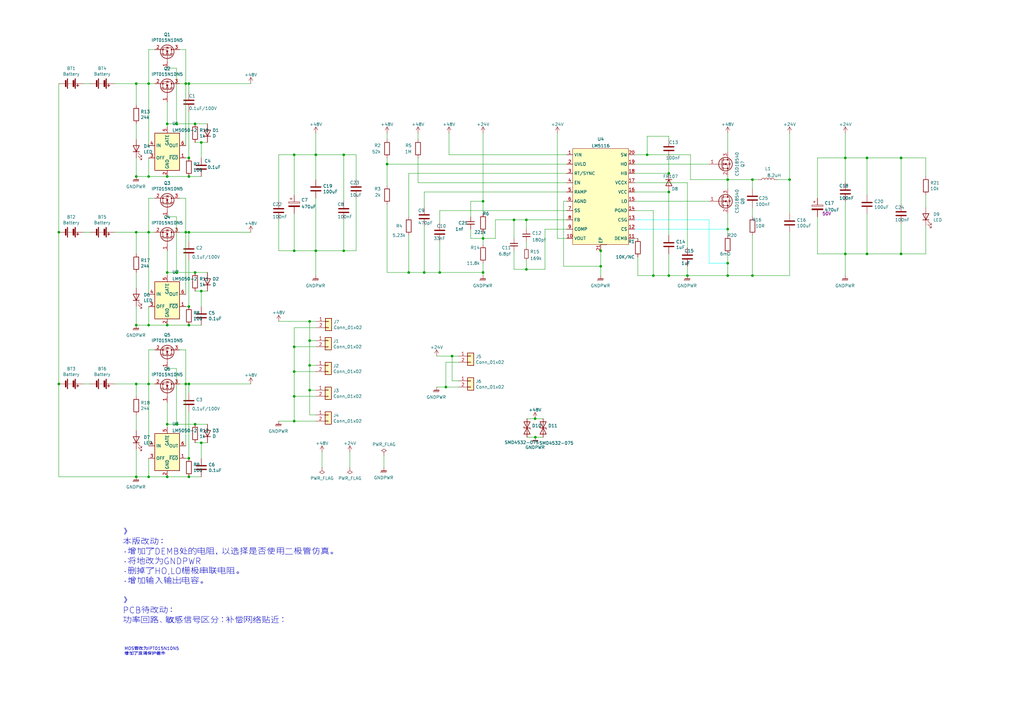
<source format=kicad_sch>
(kicad_sch (version 20211123) (generator eeschema)
  (paper "A3")
  (title_block (title "UAV power distribution board") (date "2022-01-21") (rev "V3"))
  (junction (at 60.96 72.39))
  (junction (at 180.34 111.76))
  (junction (at 55.88 95.25))
  (junction (at 158.75 67.31))
  (junction (at 77.47 95.25))
  (junction (at 346.71 104.14))
  (junction (at 182.88 158.75))
  (junction (at 77.47 34.29))
  (junction (at 298.45 113.03))
  (junction (at 308.61 73.66))
  (junction (at 68.58 195.58))
  (junction (at 72.39 50.8))
  (junction (at 77.47 72.39))
  (junction (at 77.47 187.96))
  (junction (at 298.45 73.66))
  (junction (at 24.13 157.48))
  (junction (at 60.96 133.35))
  (junction (at 68.58 50.8))
  (junction (at 219.456 171.704))
  (junction (at 346.71 64.77))
  (junction (at 198.12 111.76))
  (junction (at 77.47 125.73))
  (junction (at 72.39 173.99))
  (junction (at 210.82 90.17))
  (junction (at 82.55 119.38))
  (junction (at 129.54 102.87))
  (junction (at 76.2 157.48))
  (junction (at 219.583 179.324))
  (junction (at 60.96 195.58))
  (junction (at 267.97 113.03))
  (junction (at 369.57 104.14))
  (junction (at 55.88 195.58))
  (junction (at 60.96 157.48))
  (junction (at 120.65 102.87))
  (junction (at 77.47 64.77))
  (junction (at 127 139.7))
  (junction (at 369.57 64.77))
  (junction (at 355.6 64.77))
  (junction (at 55.88 34.29))
  (junction (at 274.32 78.74))
  (junction (at 120.65 162.56))
  (junction (at 120.65 172.72))
  (junction (at 24.13 95.25))
  (junction (at 298.45 93.98))
  (junction (at 120.65 152.4))
  (junction (at 68.58 111.76))
  (junction (at 60.96 34.29))
  (junction (at 140.97 63.5))
  (junction (at 82.55 58.42))
  (junction (at 77.47 195.58))
  (junction (at 298.45 107.95))
  (junction (at 274.32 113.03))
  (junction (at 323.85 73.66))
  (junction (at 198.12 97.79))
  (junction (at 167.64 111.76))
  (junction (at 82.55 181.61))
  (junction (at 308.61 113.03))
  (junction (at 215.9 90.17))
  (junction (at 68.58 133.35))
  (junction (at 246.38 102.87))
  (junction (at 120.65 142.24))
  (junction (at 281.94 113.03))
  (junction (at 77.47 133.35))
  (junction (at 77.47 157.48))
  (junction (at 274.32 71.12))
  (junction (at 127 131.826))
  (junction (at 76.2 95.25))
  (junction (at 198.12 82.55))
  (junction (at 72.39 111.76))
  (junction (at 129.54 63.5))
  (junction (at 127 149.86))
  (junction (at 76.2 34.29))
  (junction (at 80.01 173.99))
  (junction (at 80.01 111.76))
  (junction (at 68.58 173.99))
  (junction (at 355.6 104.14))
  (junction (at 127 160.02))
  (junction (at 140.97 102.87))
  (junction (at 173.99 111.76))
  (junction (at 246.38 109.22))
  (junction (at 120.65 63.5))
  (junction (at 60.96 95.25))
  (junction (at 80.01 50.8))
  (junction (at 55.88 72.39))
  (junction (at 265.43 63.5))
  (junction (at 55.88 133.35))
  (junction (at 215.9 110.49))
  (junction (at 68.58 72.39))
  (junction (at 55.88 157.48))
  (junction (at 185.42 146.05))
  (wire (pts (xy 173.99 111.76) (xy 180.34 111.76)))
  (wire (pts (xy 346.71 104.14) (xy 346.71 113.03)))
  (wire (pts (xy 210.82 90.17) (xy 210.82 97.79)))
  (wire (pts (xy 60.96 72.39) (xy 68.58 72.39)))
  (wire (pts (xy 82.55 181.61) (xy 85.09 181.61)))
  (wire (pts (xy 223.52 110.49) (xy 215.9 110.49)))
  (wire (pts (xy 72.39 27.94) (xy 72.39 50.8)))
  (wire (pts (xy 346.71 54.61) (xy 346.71 64.77)))
  (wire (pts (xy 346.71 82.55) (xy 346.71 104.14)))
  (wire (pts (xy 60.96 20.32) (xy 60.96 34.29)))
  (wire (pts (xy 77.47 95.25) (xy 77.47 99.06)))
  (wire (pts (xy 203.2 90.17) (xy 203.2 97.79)))
  (wire (pts (xy 114.3 172.72) (xy 120.65 172.72)))
  (wire (pts (xy 24.13 34.29) (xy 24.13 95.25)))
  (wire (pts (xy 198.12 95.25) (xy 198.12 97.79)))
  (wire (pts (xy 129.54 139.7) (xy 127 139.7)))
  (wire (pts (xy 355.6 64.77) (xy 355.6 80.01)))
  (wire (pts (xy 77.47 95.25) (xy 102.87 95.25)))
  (wire (pts (xy 68.58 111.76) (xy 68.58 113.03)))
  (wire (pts (xy 76.2 59.69) (xy 76.2 34.29)))
  (wire (pts (xy 76.2 157.48) (xy 77.47 157.48)))
  (wire (pts (xy 60.96 187.96) (xy 60.96 195.58)))
  (wire (pts (xy 132.08 185.42) (xy 132.08 191.77)))
  (wire (pts (xy 308.61 73.66) (xy 308.61 77.47)))
  (wire (pts (xy 182.88 158.75) (xy 187.96 158.75)))
  (wire (pts (xy 76.2 182.88) (xy 76.2 157.48)))
  (wire (pts (xy 246.38 102.87) (xy 246.38 109.22)))
  (wire (pts (xy 68.58 173.99) (xy 72.39 173.99)))
  (wire (pts (xy 167.64 96.52) (xy 167.64 111.76)))
  (wire (pts (xy 24.13 195.58) (xy 55.88 195.58)))
  (wire (pts (xy 55.88 157.48) (xy 55.88 162.56)))
  (wire (pts (xy 298.45 87.63) (xy 298.45 93.98)))
  (wire (pts (xy 298.45 104.14) (xy 298.45 107.95)))
  (wire (pts (xy 260.35 78.74) (xy 274.32 78.74)))
  (wire (pts (xy 76.2 64.77) (xy 77.47 64.77)))
  (wire (pts (xy 63.5 20.32) (xy 60.96 20.32)))
  (wire (pts (xy 129.54 81.28) (xy 129.54 102.87)))
  (wire (pts (xy 308.61 113.03) (xy 323.85 113.03)))
  (wire (pts (xy 34.29 157.48) (xy 36.83 157.48)))
  (wire (pts (xy 281.94 74.93) (xy 260.35 74.93)))
  (wire (pts (xy 335.28 104.14) (xy 346.71 104.14)))
  (wire (pts (xy 55.88 95.25) (xy 55.88 104.14)))
  (wire (pts (xy 60.96 81.28) (xy 60.96 95.25)))
  (wire (pts (xy 274.32 113.03) (xy 281.94 113.03)))
  (wire (pts (xy 231.14 109.22) (xy 246.38 109.22)))
  (wire (pts (xy 335.28 81.28) (xy 335.28 64.77)))
  (wire (pts (xy 82.55 119.38) (xy 85.09 119.38)))
  (wire (pts (xy 129.54 73.66) (xy 129.54 63.5)))
  (wire (pts (xy 55.88 50.8) (xy 55.88 57.15)))
  (wire (pts (xy 187.96 156.21) (xy 185.42 156.21)))
  (wire (pts (xy 182.88 148.59) (xy 182.88 158.75)))
  (wire (pts (xy 55.88 125.73) (xy 55.88 133.35)))
  (wire (pts (xy 72.39 50.8) (xy 80.01 50.8)))
  (wire (pts (xy 76.2 125.73) (xy 77.47 125.73)))
  (wire (pts (xy 146.05 81.28) (xy 146.05 102.87)))
  (wire (pts (xy 215.9 99.06) (xy 215.9 101.6)))
  (wire (pts (xy 77.47 34.29) (xy 102.87 34.29)))
  (wire (pts (xy 77.47 157.48) (xy 102.87 157.48)))
  (wire (pts (xy 63.5 81.28) (xy 60.96 81.28)))
  (wire (pts (xy 298.45 113.03) (xy 308.61 113.03)))
  (wire (pts (xy 158.75 83.82) (xy 158.75 111.76)))
  (wire (pts (xy 143.51 185.42) (xy 143.51 191.77)))
  (wire (pts (xy 77.47 106.68) (xy 77.47 125.73)))
  (wire (pts (xy 210.82 110.49) (xy 215.9 110.49)))
  (wire (pts (xy 77.47 45.72) (xy 77.47 64.77)))
  (wire (pts (xy 127 160.02) (xy 127 170.18)))
  (wire (pts (xy 260.35 97.79) (xy 261.62 97.79)))
  (wire (pts (xy 323.85 73.66) (xy 323.85 87.63)))
  (wire (pts (xy 265.43 55.88) (xy 274.32 55.88)))
  (wire (pts (xy 274.32 104.14) (xy 274.32 113.03)))
  (wire (pts (xy 68.58 195.58) (xy 77.47 195.58)))
  (wire (pts (xy 76.2 187.96) (xy 77.47 187.96)))
  (wire (pts (xy 76.2 120.65) (xy 76.2 95.25)))
  (wire (pts (xy 82.55 58.42) (xy 85.09 58.42)))
  (wire (pts (xy 185.42 156.21) (xy 185.42 146.05)))
  (wire (pts (xy 140.97 63.5) (xy 146.05 63.5)))
  (wire (pts (xy 198.12 54.61) (xy 198.12 82.55)))
  (wire (pts (xy 274.32 55.88) (xy 274.32 57.15)))
  (wire (pts (xy 246.38 109.22) (xy 246.38 113.03)))
  (wire (pts (xy 193.04 88.9) (xy 193.04 82.55)))
  (wire (pts (xy 120.65 162.56) (xy 120.65 172.72)))
  (wire (pts (xy 80.01 50.8) (xy 85.09 50.8)))
  (wire (pts (xy 60.96 125.73) (xy 60.96 133.35)))
  (wire (pts (xy 184.15 54.61) (xy 184.15 63.5)))
  (wire (pts (xy 146.05 63.5) (xy 146.05 73.66)))
  (wire (pts (xy 283.21 73.66) (xy 298.45 73.66)))
  (wire (pts (xy 379.73 80.01) (xy 379.73 85.09)))
  (wire (pts (xy 63.5 34.29) (xy 60.96 34.29)))
  (wire (pts (xy 72.39 88.9) (xy 72.39 111.76)))
  (wire (pts (xy 80.01 111.76) (xy 85.09 111.76)))
  (wire (pts (xy 167.64 88.9) (xy 167.64 71.12)))
  (wire (pts (xy 46.99 157.48) (xy 55.88 157.48)))
  (wire (pts (xy 114.3 63.5) (xy 114.3 82.55)))
  (wire (pts (xy 129.54 102.87) (xy 129.54 113.03)))
  (wire (pts (xy 80.01 58.42) (xy 82.55 58.42)))
  (wire (pts (xy 228.6 54.61) (xy 228.6 97.79)))
  (wire (pts (xy 34.29 95.25) (xy 36.83 95.25)))
  (wire (pts (xy 129.54 160.02) (xy 127 160.02)))
  (wire (pts (xy 73.66 20.32) (xy 76.2 20.32)))
  (wire (pts (xy 179.07 146.05) (xy 185.42 146.05)))
  (wire (pts (xy 60.96 143.51) (xy 60.96 157.48)))
  (wire (pts (xy 158.75 67.31) (xy 232.41 67.31)))
  (wire (pts (xy 55.88 157.48) (xy 60.96 157.48)))
  (wire (pts (xy 55.88 64.77) (xy 55.88 72.39)))
  (wire (pts (xy 260.35 93.98) (xy 298.45 93.98)) (stroke (width 0) (color 0 255 255 1)))
  (wire (pts (xy 379.73 104.14) (xy 369.57 104.14)))
  (wire (pts (xy 184.15 63.5) (xy 232.41 63.5)))
  (wire (pts (xy 180.34 111.76) (xy 198.12 111.76)))
  (wire (pts (xy 24.13 157.48) (xy 24.13 195.58)))
  (wire (pts (xy 193.04 97.79) (xy 198.12 97.79)))
  (wire (pts (xy 265.43 55.88) (xy 265.43 63.5)))
  (wire (pts (xy 114.3 131.826) (xy 127 131.826)))
  (wire (pts (xy 68.58 173.99) (xy 68.58 175.26)))
  (wire (pts (xy 215.9 90.17) (xy 210.82 90.17)))
  (wire (pts (xy 180.34 86.36) (xy 180.34 91.44)))
  (wire (pts (xy 129.54 149.86) (xy 127 149.86)))
  (wire (pts (xy 60.96 195.58) (xy 68.58 195.58)))
  (wire (pts (xy 114.3 102.87) (xy 120.65 102.87)))
  (wire (pts (xy 180.34 99.06) (xy 180.34 111.76)))
  (wire (pts (xy 231.14 82.55) (xy 232.41 82.55)))
  (wire (pts (xy 216.154 179.324) (xy 219.583 179.324)))
  (wire (pts (xy 60.96 34.29) (xy 60.96 59.69)))
  (wire (pts (xy 55.88 111.76) (xy 55.88 118.11)))
  (wire (pts (xy 55.88 95.25) (xy 60.96 95.25)))
  (wire (pts (xy 127 149.86) (xy 127 139.7)))
  (wire (pts (xy 68.58 111.76) (xy 72.39 111.76)))
  (wire (pts (xy 281.94 109.22) (xy 281.94 113.03)))
  (wire (pts (xy 63.5 143.51) (xy 60.96 143.51)))
  (wire (pts (xy 34.29 34.29) (xy 36.83 34.29)))
  (wire (pts (xy 129.54 162.56) (xy 120.65 162.56)))
  (wire (pts (xy 308.61 85.09) (xy 308.61 88.9)))
  (wire (pts (xy 55.88 34.29) (xy 55.88 43.18)))
  (wire (pts (xy 68.58 165.1) (xy 68.58 173.99)))
  (wire (pts (xy 68.58 50.8) (xy 68.58 52.07)))
  (wire (pts (xy 158.75 64.77) (xy 158.75 67.31)))
  (wire (pts (xy 198.12 82.55) (xy 198.12 87.63)))
  (wire (pts (xy 82.55 181.61) (xy 82.55 187.96)))
  (wire (pts (xy 76.2 95.25) (xy 73.66 95.25)))
  (wire (pts (xy 60.96 157.48) (xy 60.96 182.88)))
  (wire (pts (xy 232.41 90.17) (xy 215.9 90.17)))
  (wire (pts (xy 140.97 63.5) (xy 140.97 82.55)))
  (wire (pts (xy 185.42 146.05) (xy 187.96 146.05)))
  (wire (pts (xy 68.58 133.35) (xy 77.47 133.35)))
  (wire (pts (xy 68.58 50.8) (xy 72.39 50.8)))
  (wire (pts (xy 369.57 64.77) (xy 379.73 64.77)))
  (wire (pts (xy 215.9 110.49) (xy 215.9 106.68)))
  (wire (pts (xy 68.58 102.87) (xy 68.58 111.76)))
  (wire (pts (xy 63.5 157.48) (xy 60.96 157.48)))
  (wire (pts (xy 219.456 171.704) (xy 222.758 171.704)))
  (wire (pts (xy 193.04 93.98) (xy 193.04 97.79)))
  (wire (pts (xy 281.94 113.03) (xy 298.45 113.03)))
  (wire (pts (xy 379.73 92.71) (xy 379.73 104.14)))
  (wire (pts (xy 129.54 142.24) (xy 120.65 142.24)))
  (wire (pts (xy 298.45 73.66) (xy 308.61 73.66)))
  (wire (pts (xy 290.83 107.95) (xy 298.45 107.95)) (stroke (width 0) (color 0 255 255 1)))
  (wire (pts (xy 171.45 74.93) (xy 232.41 74.93)))
  (wire (pts (xy 173.99 85.09) (xy 173.99 78.74)))
  (wire (pts (xy 82.55 119.38) (xy 82.55 125.73)))
  (wire (pts (xy 369.57 91.44) (xy 369.57 104.14)))
  (wire (pts (xy 55.88 195.58) (xy 60.96 195.58)))
  (wire (pts (xy 261.62 113.03) (xy 267.97 113.03)))
  (wire (pts (xy 60.96 64.77) (xy 60.96 72.39)))
  (wire (pts (xy 318.77 73.66) (xy 323.85 73.66)))
  (wire (pts (xy 215.9 90.17) (xy 215.9 93.98)))
  (wire (pts (xy 198.12 111.76) (xy 198.12 113.03)))
  (wire (pts (xy 60.96 133.35) (xy 68.58 133.35)))
  (wire (pts (xy 68.58 41.91) (xy 68.58 50.8)))
  (wire (pts (xy 46.99 34.29) (xy 55.88 34.29)))
  (wire (pts (xy 158.75 111.76) (xy 167.64 111.76)))
  (wire (pts (xy 346.71 64.77) (xy 355.6 64.77)))
  (wire (pts (xy 55.88 184.15) (xy 55.88 195.58)))
  (wire (pts (xy 298.45 72.39) (xy 298.45 73.66)))
  (wire (pts (xy 298.45 73.66) (xy 298.45 77.47)))
  (wire (pts (xy 308.61 73.66) (xy 311.15 73.66)))
  (wire (pts (xy 369.57 64.77) (xy 369.57 83.82)))
  (wire (pts (xy 80.01 173.99) (xy 85.09 173.99)))
  (wire (pts (xy 198.12 107.95) (xy 198.12 111.76)))
  (wire (pts (xy 246.38 100.33) (xy 246.38 102.87)))
  (wire (pts (xy 210.82 102.87) (xy 210.82 110.49)))
  (wire (pts (xy 379.73 64.77) (xy 379.73 72.39)))
  (wire (pts (xy 76.2 34.29) (xy 73.66 34.29)))
  (wire (pts (xy 274.32 64.77) (xy 274.32 71.12)))
  (wire (pts (xy 157.48 186.69) (xy 157.48 191.77)))
  (wire (pts (xy 179.07 158.75) (xy 182.88 158.75)))
  (wire (pts (xy 76.2 95.25) (xy 77.47 95.25)))
  (wire (pts (xy 68.58 151.13) (xy 72.39 151.13)))
  (wire (pts (xy 260.35 82.55) (xy 290.83 82.55)))
  (wire (pts (xy 114.3 63.5) (xy 120.65 63.5)))
  (wire (pts (xy 140.97 90.17) (xy 140.97 102.87)))
  (wire (pts (xy 167.64 71.12) (xy 232.41 71.12)))
  (wire (pts (xy 114.3 90.17) (xy 114.3 102.87)))
  (wire (pts (xy 260.35 90.17) (xy 290.83 90.17)) (stroke (width 0) (color 0 255 255 1)))
  (wire (pts (xy 55.88 72.39) (xy 60.96 72.39)))
  (wire (pts (xy 127 131.826) (xy 129.667 131.826)))
  (wire (pts (xy 72.39 111.76) (xy 80.01 111.76)))
  (wire (pts (xy 298.45 54.61) (xy 298.45 62.23)))
  (wire (pts (xy 187.96 148.59) (xy 182.88 148.59)))
  (wire (pts (xy 198.12 97.79) (xy 198.12 100.33)))
  (wire (pts (xy 76.2 34.29) (xy 77.47 34.29)))
  (wire (pts (xy 73.66 143.51) (xy 76.2 143.51)))
  (wire (pts (xy 76.2 143.51) (xy 76.2 157.48)))
  (wire (pts (xy 274.32 96.52) (xy 274.32 78.74)))
  (wire (pts (xy 355.6 104.14) (xy 346.71 104.14)))
  (wire (pts (xy 55.88 170.18) (xy 55.88 176.53)))
  (wire (pts (xy 129.54 170.18) (xy 127 170.18)))
  (wire (pts (xy 127 131.826) (xy 127 139.7)))
  (wire (pts (xy 281.94 101.6) (xy 281.94 74.93)))
  (wire (pts (xy 203.2 97.79) (xy 198.12 97.79)))
  (wire (pts (xy 265.43 63.5) (xy 283.21 63.5)))
  (wire (pts (xy 82.55 58.42) (xy 82.55 64.77)))
  (wire (pts (xy 77.47 195.58) (xy 82.55 195.58)))
  (wire (pts (xy 72.39 151.13) (xy 72.39 173.99)))
  (wire (pts (xy 46.99 95.25) (xy 55.88 95.25)))
  (wire (pts (xy 260.35 86.36) (xy 267.97 86.36)))
  (wire (pts (xy 77.47 72.39) (xy 82.55 72.39)))
  (wire (pts (xy 335.28 88.9) (xy 335.28 104.14)))
  (wire (pts (xy 355.6 87.63) (xy 355.6 104.14)))
  (wire (pts (xy 346.71 64.77) (xy 346.71 74.93)))
  (wire (pts (xy 228.6 97.79) (xy 232.41 97.79)))
  (wire (pts (xy 173.99 78.74) (xy 232.41 78.74)))
  (wire (pts (xy 120.65 134.366) (xy 120.65 142.24)))
  (wire (pts (xy 140.97 102.87) (xy 129.54 102.87)))
  (wire (pts (xy 267.97 113.03) (xy 274.32 113.03)))
  (wire (pts (xy 173.99 92.71) (xy 173.99 111.76)))
  (wire (pts (xy 283.21 63.5) (xy 283.21 73.66)))
  (wire (pts (xy 232.41 86.36) (xy 180.34 86.36)))
  (wire (pts (xy 80.01 119.38) (xy 82.55 119.38)))
  (wire (pts (xy 260.35 67.31) (xy 290.83 67.31)))
  (wire (pts (xy 260.35 71.12) (xy 274.32 71.12)))
  (wire (pts (xy 171.45 54.61) (xy 171.45 57.15)))
  (wire (pts (xy 76.2 81.28) (xy 76.2 95.25)))
  (wire (pts (xy 265.43 63.5) (xy 260.35 63.5)))
  (wire (pts (xy 231.14 109.22) (xy 231.14 82.55)))
  (wire (pts (xy 158.75 67.31) (xy 158.75 76.2)))
  (wire (pts (xy 72.39 173.99) (xy 80.01 173.99)))
  (wire (pts (xy 216.154 171.704) (xy 219.456 171.704)))
  (wire (pts (xy 210.82 90.17) (xy 203.2 90.17)))
  (wire (pts (xy 129.54 152.4) (xy 120.65 152.4)))
  (wire (pts (xy 77.47 34.29) (xy 77.47 38.1)))
  (wire (pts (xy 77.47 133.35) (xy 82.55 133.35)))
  (wire (pts (xy 219.583 179.324) (xy 222.758 179.324)))
  (wire (pts (xy 60.96 95.25) (xy 60.96 120.65)))
  (wire (pts (xy 120.65 102.87) (xy 129.54 102.87)))
  (wire (pts (xy 76.2 157.48) (xy 73.66 157.48)))
  (wire (pts (xy 68.58 72.39) (xy 77.47 72.39)))
  (wire (pts (xy 308.61 96.52) (xy 308.61 113.03)))
  (wire (pts (xy 158.75 54.61) (xy 158.75 57.15)))
  (wire (pts (xy 76.2 20.32) (xy 76.2 34.29)))
  (wire (pts (xy 120.65 80.01) (xy 120.65 63.5)))
  (wire (pts (xy 129.54 172.72) (xy 120.65 172.72)))
  (wire (pts (xy 232.41 93.98) (xy 223.52 93.98)))
  (wire (pts (xy 55.88 34.29) (xy 60.96 34.29)))
  (wire (pts (xy 323.85 54.61) (xy 323.85 73.66)))
  (wire (pts (xy 129.667 134.366) (xy 120.65 134.366)))
  (wire (pts (xy 167.64 111.76) (xy 173.99 111.76)))
  (wire (pts (xy 120.65 142.24) (xy 120.65 152.4)))
  (wire (pts (xy 77.47 157.48) (xy 77.47 161.29)))
  (wire (pts (xy 127 160.02) (xy 127 149.86)))
  (wire (pts (xy 24.13 95.25) (xy 24.13 157.48)))
  (wire (pts (xy 120.65 87.63) (xy 120.65 102.87)))
  (wire (pts (xy 267.97 86.36) (xy 267.97 113.03)))
  (wire (pts (xy 80.01 181.61) (xy 82.55 181.61)))
  (wire (pts (xy 193.04 82.55) (xy 198.12 82.55)))
  (wire (pts (xy 68.58 27.94) (xy 72.39 27.94)))
  (wire (pts (xy 290.83 90.17) (xy 290.83 107.95)) (stroke (width 0) (color 0 255 255 1)))
  (wire (pts (xy 129.54 54.61) (xy 129.54 63.5)))
  (wire (pts (xy 223.52 93.98) (xy 223.52 110.49)))
  (wire (pts (xy 120.65 152.4) (xy 120.65 162.56)))
  (wire (pts (xy 323.85 95.25) (xy 323.85 113.03)))
  (wire (pts (xy 335.28 64.77) (xy 346.71 64.77)))
  (wire (pts (xy 261.62 105.41) (xy 261.62 113.03)))
  (wire (pts (xy 120.65 63.5) (xy 129.54 63.5)))
  (wire (pts (xy 63.5 95.25) (xy 60.96 95.25)))
  (wire (pts (xy 355.6 104.14) (xy 369.57 104.14)))
  (wire (pts (xy 171.45 64.77) (xy 171.45 74.93)))
  (wire (pts (xy 68.58 88.9) (xy 72.39 88.9)))
  (wire (pts (xy 73.66 81.28) (xy 76.2 81.28)))
  (wire (pts (xy 298.45 93.98) (xy 298.45 96.52)))
  (wire (pts (xy 77.47 168.91) (xy 77.47 187.96)))
  (wire (pts (xy 129.54 63.5) (xy 140.97 63.5)))
  (wire (pts (xy 140.97 102.87) (xy 146.05 102.87)))
  (wire (pts (xy 355.6 64.77) (xy 369.57 64.77)))
  (wire (pts (xy 55.88 133.35) (xy 60.96 133.35)))
  (wire (pts (xy 298.45 107.95) (xy 298.45 113.03)))
  (text "》\n本版改动：\n·增加了DEMB处的电阻，以选择是否使用二极管仿真。\n·将地改为GNDPWR\n·删掉了HO,LO栅极串联电阻。\n·增加输入输出电容。\n\n》\nPCB待改动：\n功率回路、敏感信号区分；补偿网络贴近；" (at 50.292 256.032 0) (effects (font (size 2.5 2.5)) (justify left bottom)))
  (text "MOS管改为IPT015N10N5\n增加了浪涌保护器件" (at 50.927 268.986 0) (effects (font (size 1.27 1.27)) (justify left bottom)))
  (symbol (lib_id "Transistor_FET:CSD18540Q5B") (at 68.58 97.79 270) (mirror x) (unit 1)
    (property "Reference" "Q4" (at 68.58 89.1032 90))
    (property "Value" "IPT015N10N5" (at 68.58 91.4146 90))
    (property "Footprint" "Package_TO_SOT_SMD:Infineon_PG-HSOF-8-1" (effects hide))
    (property "Datasheet" "http://www.ti.com/lit/gpn/csd18540q5b" (effects hide))
  )
  (symbol (lib_id "Transistor_FET:CSD18540Q5B") (at 68.58 83.82 270) (mirror x) (unit 1)
    (property "Reference" "Q3" (at 68.58 75.1332 90))
    (property "Value" "IPT015N10N5" (at 68.58 77.4446 90))
    (property "Footprint" "Package_TO_SOT_SMD:Infineon_PG-HSOF-8-1" (effects hide))
    (property "Datasheet" "http://www.ti.com/lit/gpn/csd18540q5b" (effects hide))
  )
  (symbol (lib_id "Device:C") (at 82.55 129.54 0) (unit 1)
    (property "Reference" "C5" (at 85.471 128.3716 0) (effects (justify left)))
    (property "Value" "0.1uF" (at 85.471 130.683 0) (effects (justify left)))
    (property "Footprint" "Capacitor_SMD:C_0603_1608Metric_Pad1.08x0.95mm_HandSolder" (effects hide))
  )
  (symbol (lib_id "Device:D") (at 85.09 115.57 90) (unit 1)
    (property "Reference" "D2" (at 87.122 114.4016 90) (effects (justify right)))
    (property "Value" "D" (at 87.122 116.713 90) (effects (justify right)))
    (property "Footprint" "Diode_SMD:D_SOD-123" (effects hide))
  )
  (symbol (lib_id "Device:Battery") (at 41.91 95.25 270) (unit 1)
    (property "Reference" "BT5" (at 41.91 89.027 90))
    (property "Value" "Battery" (at 41.91 91.3384 90))
    (property "Footprint" "Connector_AMASS:AMASS_XT60-M_1x02_P7.20mm_Vertical" (effects hide))
  )
  (symbol (lib_id "Device:R") (at 80.01 115.57 0) (unit 1)
    (property "Reference" "R11" (at 81.788 114.4016 0) (effects (justify left)))
    (property "Value" "1k" (at 81.788 116.713 0) (effects (justify left)))
    (property "Footprint" "Resistor_SMD:R_0603_1608Metric_Pad0.98x0.95mm_HandSolder" (effects hide))
  )
  (symbol (lib_id "Device:R") (at 77.47 129.54 0) (unit 1)
    (property "Reference" "R8" (at 79.248 128.3716 0) (effects (justify left)))
    (property "Value" "100" (at 79.248 130.683 0) (effects (justify left)))
    (property "Footprint" "Resistor_SMD:R_0603_1608Metric_Pad0.98x0.95mm_HandSolder" (effects hide))
  )
  (symbol (lib_id "Device:C") (at 77.47 102.87 0) (unit 1)
    (property "Reference" "C2" (at 80.391 101.7016 0) (effects (justify left)))
    (property "Value" "0.1uF/100V" (at 78.74 105.41 0) (effects (justify left)))
    (property "Footprint" "Capacitor_SMD:C_0603_1608Metric_Pad1.08x0.95mm_HandSolder" (effects hide))
  )
  (symbol (lib_id "Transistor_FET:CSD18540Q5B") (at 68.58 36.83 270) (mirror x) (unit 1)
    (property "Reference" "Q2" (at 68.58 28.1432 90))
    (property "Value" "IPT015N10N5" (at 68.58 30.4546 90))
    (property "Footprint" "Package_TO_SOT_SMD:Infineon_PG-HSOF-8-1" (effects hide))
    (property "Datasheet" "http://www.ti.com/lit/gpn/csd18540q5b" (effects hide))
  )
  (symbol (lib_id "Transistor_FET:CSD18540Q5B") (at 68.58 22.86 270) (mirror x) (unit 1)
    (property "Reference" "Q1" (at 68.58 14.1732 90))
    (property "Value" "IPT015N10N5" (at 68.58 16.4846 90))
    (property "Footprint" "Package_TO_SOT_SMD:Infineon_PG-HSOF-8-1" (effects hide))
    (property "Datasheet" "http://www.ti.com/lit/gpn/csd18540q5b" (effects hide))
  )
  (symbol (lib_id "Device:C") (at 82.55 68.58 0) (unit 1)
    (property "Reference" "C4" (at 83.82 66.04 0) (effects (justify left)))
    (property "Value" "0.1uF" (at 85.09 68.58 0) (effects (justify left)))
    (property "Footprint" "Capacitor_SMD:C_0603_1608Metric_Pad1.08x0.95mm_HandSolder" (effects hide))
  )
  (symbol (lib_id "Device:D") (at 85.09 54.61 90) (unit 1)
    (property "Reference" "D1" (at 87.122 53.4416 90) (effects (justify right)))
    (property "Value" "D" (at 87.122 55.753 90) (effects (justify right)))
    (property "Footprint" "Diode_SMD:D_SOD-123" (effects hide))
  )
  (symbol (lib_id "Device:Battery") (at 41.91 34.29 270) (unit 1)
    (property "Reference" "BT4" (at 41.91 28.067 90))
    (property "Value" "Battery" (at 41.91 30.3784 90))
    (property "Footprint" "Connector_AMASS:AMASS_XT60-M_1x02_P7.20mm_Vertical" (effects hide))
  )
  (symbol (lib_id "Device:R") (at 80.01 54.61 0) (unit 1)
    (property "Reference" "R10" (at 81.788 53.4416 0) (effects (justify left)))
    (property "Value" "1k" (at 81.788 55.753 0) (effects (justify left)))
    (property "Footprint" "Resistor_SMD:R_0603_1608Metric_Pad0.98x0.95mm_HandSolder" (effects hide))
  )
  (symbol (lib_id "Device:R") (at 77.47 68.58 0) (unit 1)
    (property "Reference" "R7" (at 79.248 67.4116 0) (effects (justify left)))
    (property "Value" "100" (at 79.248 69.723 0) (effects (justify left)))
    (property "Footprint" "Resistor_SMD:R_0603_1608Metric_Pad0.98x0.95mm_HandSolder" (effects hide))
  )
  (symbol (lib_id "Device:C") (at 77.47 41.91 0) (unit 1)
    (property "Reference" "C1" (at 77.47 39.37 0) (effects (justify left)))
    (property "Value" "0.1uF/100V" (at 77.47 44.45 0) (effects (justify left)))
    (property "Footprint" "Capacitor_SMD:C_0603_1608Metric_Pad1.08x0.95mm_HandSolder" (effects hide))
  )
  (symbol (lib_id "Device:Battery") (at 29.21 34.29 270) (unit 1)
    (property "Reference" "BT1" (at 29.21 28.067 90))
    (property "Value" "Battery" (at 29.21 30.3784 90))
    (property "Footprint" "Connector_AMASS:AMASS_XT60-M_1x02_P7.20mm_Vertical" (effects hide))
  )
  (symbol (lib_id "Device:Battery") (at 29.21 95.25 270) (unit 1)
    (property "Reference" "BT2" (at 29.21 89.027 90))
    (property "Value" "Battery" (at 29.21 91.3384 90))
    (property "Footprint" "Connector_AMASS:AMASS_XT60-M_1x02_P7.20mm_Vertical" (effects hide))
  )
  (symbol (lib_id "Transistor_FET:CSD18540Q5B") (at 68.58 160.02 270) (mirror x) (unit 1)
    (property "Reference" "Q6" (at 68.58 151.3332 90))
    (property "Value" "IPT015N10N5" (at 68.58 153.6446 90))
    (property "Footprint" "Package_TO_SOT_SMD:Infineon_PG-HSOF-8-1" (effects hide))
    (property "Datasheet" "http://www.ti.com/lit/gpn/csd18540q5b" (effects hide))
  )
  (symbol (lib_id "Transistor_FET:CSD18540Q5B") (at 68.58 146.05 270) (mirror x) (unit 1)
    (property "Reference" "Q5" (at 68.58 137.3632 90))
    (property "Value" "IPT015N10N5" (at 68.58 139.6746 90))
    (property "Footprint" "Package_TO_SOT_SMD:Infineon_PG-HSOF-8-1" (effects hide))
    (property "Datasheet" "http://www.ti.com/lit/gpn/csd18540q5b" (effects hide))
  )
  (symbol (lib_id "Device:C") (at 82.55 191.77 0) (unit 1)
    (property "Reference" "C6" (at 85.471 190.6016 0) (effects (justify left)))
    (property "Value" "0.1uF" (at 85.471 192.913 0) (effects (justify left)))
    (property "Footprint" "Capacitor_SMD:C_0603_1608Metric_Pad1.08x0.95mm_HandSolder" (effects hide))
  )
  (symbol (lib_id "Device:D") (at 85.09 177.8 90) (unit 1)
    (property "Reference" "D3" (at 87.122 176.6316 90) (effects (justify right)))
    (property "Value" "D" (at 87.122 178.943 90) (effects (justify right)))
    (property "Footprint" "Diode_SMD:D_SOD-123" (effects hide))
  )
  (symbol (lib_id "Device:Battery") (at 41.91 157.48 270) (unit 1)
    (property "Reference" "BT6" (at 41.91 151.257 90))
    (property "Value" "Battery" (at 41.91 153.5684 90))
    (property "Footprint" "Connector_AMASS:AMASS_XT60-M_1x02_P7.20mm_Vertical" (effects hide))
  )
  (symbol (lib_id "Device:R") (at 80.01 177.8 0) (unit 1)
    (property "Reference" "R12" (at 81.788 176.6316 0) (effects (justify left)))
    (property "Value" "1k" (at 81.788 178.943 0) (effects (justify left)))
    (property "Footprint" "Resistor_SMD:R_0603_1608Metric_Pad0.98x0.95mm_HandSolder" (effects hide))
  )
  (symbol (lib_id "Device:R") (at 77.47 191.77 0) (unit 1)
    (property "Reference" "R9" (at 79.248 190.6016 0) (effects (justify left)))
    (property "Value" "100" (at 79.248 192.913 0) (effects (justify left)))
    (property "Footprint" "Resistor_SMD:R_0603_1608Metric_Pad0.98x0.95mm_HandSolder" (effects hide))
  )
  (symbol (lib_id "Device:C") (at 77.47 165.1 0) (unit 1)
    (property "Reference" "C3" (at 80.391 163.9316 0) (effects (justify left)))
    (property "Value" "0.1uF/100V" (at 78.74 167.64 0) (effects (justify left)))
    (property "Footprint" "Capacitor_SMD:C_0603_1608Metric_Pad1.08x0.95mm_HandSolder" (effects hide))
  )
  (symbol (lib_id "Device:Battery") (at 29.21 157.48 270) (unit 1)
    (property "Reference" "BT3" (at 29.21 151.257 90))
    (property "Value" "Battery" (at 29.21 153.5684 90))
    (property "Footprint" "Connector_AMASS:AMASS_XT60-M_1x02_P7.20mm_Vertical" (effects hide))
  )
  (symbol (lib_id "Connector_Generic:Conn_01x02") (at 134.62 139.7 0) (unit 1)
    (property "Reference" "J1" (at 136.652 139.9032 0) (effects (justify left)))
    (property "Value" "Conn_01x02" (at 136.652 142.2146 0) (effects (justify left)))
    (property "Footprint" "Connector_AMASS:AMASS_XT60-F_1x02_P7.20mm_Vertical" (effects hide))
  )
  (symbol (lib_id "Connector_Generic:Conn_01x02") (at 134.62 149.86 0) (unit 1)
    (property "Reference" "J2" (at 136.652 150.0632 0) (effects (justify left)))
    (property "Value" "Conn_01x02" (at 136.652 152.3746 0) (effects (justify left)))
    (property "Footprint" "Connector_AMASS:AMASS_XT60-F_1x02_P7.20mm_Vertical" (effects hide))
  )
  (symbol (lib_id "Connector_Generic:Conn_01x02") (at 134.62 160.02 0) (unit 1)
    (property "Reference" "J3" (at 136.652 160.2232 0) (effects (justify left)))
    (property "Value" "Conn_01x02" (at 136.652 162.5346 0) (effects (justify left)))
    (property "Footprint" "Connector_AMASS:AMASS_XT60-F_1x02_P7.20mm_Vertical" (effects hide))
  )
  (symbol (lib_id "Device:R") (at 55.88 46.99 0) (unit 1)
    (property "Reference" "R13" (at 57.658 45.8216 0) (effects (justify left)))
    (property "Value" "24k" (at 57.658 48.133 0) (effects (justify left)))
    (property "Footprint" "Resistor_SMD:R_0603_1608Metric_Pad0.98x0.95mm_HandSolder" (effects hide))
  )
  (symbol (lib_id "Device:LED") (at 55.88 60.96 90) (unit 1)
    (property "Reference" "D4" (at 58.8772 59.9694 90) (effects (justify right)))
    (property "Value" "LED" (at 58.8772 62.2808 90) (effects (justify right)))
    (property "Footprint" "LED_SMD:LED_0603_1608Metric_Pad1.05x0.95mm_HandSolder" (effects hide))
  )
  (symbol (lib_id "power:PWR_FLAG") (at 157.48 186.69 0) (unit 1)
    (property "Reference" "#FLG0101" (effects hide))
    (property "Value" "PWR_FLAG" (at 157.48 182.2958 0))
  )
  (symbol (lib_id "Device:C_Small") (at 193.04 91.44 0) (unit 1)
    (property "Reference" "C21" (at 187.96 91.44 0) (effects (justify left)))
    (property "Value" "1nf" (at 186.69 93.98 0) (effects (justify left)))
    (property "Footprint" "Capacitor_SMD:C_0603_1608Metric_Pad1.08x0.95mm_HandSolder" (effects hide))
  )
  (symbol (lib_id "Device:R") (at 171.45 60.96 180) (unit 1)
    (property "Reference" "R5" (at 168.91 59.69 0) (effects (justify left)))
    (property "Value" "1M" (at 168.91 62.23 0) (effects (justify left)))
    (property "Footprint" "Resistor_SMD:R_0603_1608Metric_Pad0.98x0.95mm_HandSolder" (effects hide))
  )
  (symbol (lib_id "Device:R") (at 308.61 92.71 180) (unit 1)
    (property "Reference" "R16" (at 312.42 90.17 0) (effects (justify left)))
    (property "Value" "10R" (at 313.69 92.71 0) (effects (justify left)))
    (property "Footprint" "Resistor_SMD:R_0603_1608Metric_Pad0.98x0.95mm_HandSolder" (effects hide))
  )
  (symbol (lib_id "Device:R") (at 158.75 80.01 180) (unit 1)
    (property "Reference" "R3" (at 156.21 77.47 0) (effects (justify left)))
    (property "Value" "2k" (at 156.21 80.01 0) (effects (justify left)))
    (property "Footprint" "Resistor_SMD:R_0603_1608Metric_Pad0.98x0.95mm_HandSolder" (effects hide))
  )
  (symbol (lib_id "power:+24V") (at 346.71 54.61 0) (unit 1)
    (property "Reference" "#PWR0103" (effects hide))
    (property "Value" "+24V" (at 346.71 51.0055 0))
  )
  (symbol (lib_id "power:+48V") (at 129.54 54.61 0) (unit 1)
    (property "Reference" "#PWR09" (effects hide))
    (property "Value" "+48V" (at 129.54 51.0055 0))
  )
  (symbol (lib_id "power:GNDPWR") (at 346.71 113.03 0) (unit 1)
    (property "Reference" "#PWR0114" (effects hide))
    (property "Value" "GNDPWR" (at 346.583 117.1861 0))
  )
  (symbol (lib_id "power:+48V") (at 102.87 34.29 0) (unit 1)
    (property "Reference" "#PWR06" (effects hide))
    (property "Value" "+48V" (at 102.87 30.6855 0))
  )
  (symbol (lib_id "power:GNDPWR") (at 198.12 113.03 0) (unit 1)
    (property "Reference" "#PWR0117" (effects hide))
    (property "Value" "GNDPWR" (at 197.993 117.1861 0))
  )
  (symbol (lib_id "power:+24V") (at 198.12 54.61 0) (unit 1)
    (property "Reference" "#PWR021" (effects hide))
    (property "Value" "+24V" (at 198.12 51.0055 0))
  )
  (symbol (lib_id "power:GNDPWR") (at 281.94 113.03 0) (unit 1)
    (property "Reference" "#PWR0118" (effects hide))
    (property "Value" "GNDPWR" (at 281.813 117.1861 0))
  )
  (symbol (lib_id "Device:C") (at 274.32 60.96 0) (unit 1)
    (property "Reference" "C13" (at 274.32 58.42 0) (effects (justify left)))
    (property "Value" "100nF" (at 273.05 64.77 0) (effects (justify left)))
    (property "Footprint" "Capacitor_SMD:C_0603_1608Metric_Pad1.08x0.95mm_HandSolder" (effects hide))
  )
  (symbol (lib_id "Device:R") (at 261.62 101.6 180) (unit 1)
    (property "Reference" "R1" (at 260.35 99.06 0) (effects (justify left)))
    (property "Value" "10K/NC" (at 260.35 105.41 0) (effects (justify left)))
    (property "Footprint" "Resistor_SMD:R_0603_1608Metric_Pad0.98x0.95mm_HandSolder" (effects hide))
  )
  (symbol (lib_id "Power_Management:LM5050-2") (at 68.58 62.23 0) (unit 1)
    (property "Reference" "U1" (at 70.5994 50.6435 0) (effects (justify left)))
    (property "Value" "LM5050-2" (at 70.5994 53.4186 0) (effects (justify left)))
    (property "Footprint" "Package_TO_SOT_SMD:TSOT-23-6" (effects hide))
    (property "Datasheet" "http://www.ti.com/lit/ds/symlink/lm5050-2.pdf" (effects hide))
  )
  (symbol (lib_id "Device:C") (at 355.6 83.82 0) (unit 1)
    (property "Reference" "C20" (at 358.521 82.6516 0) (effects (justify left)))
    (property "Value" "100uF" (at 358.521 84.963 0) (effects (justify left)))
    (property "Footprint" "Capacitor_SMD:C_0805_2012Metric_Pad1.18x1.45mm_HandSolder" (effects hide))
  )
  (symbol (lib_id "Device:R") (at 298.45 100.33 180) (unit 1)
    (property "Reference" "R20" (at 302.26 96.52 0) (effects (justify left)))
    (property "Value" "6mO" (at 299.72 104.14 0) (effects (justify left)))
    (property "Footprint" "Resistor_SMD:R_2010_5025Metric_Pad1.40x2.65mm_HandSolder" (effects hide))
  )
  (symbol (lib_id "Device:R") (at 55.88 166.37 0) (unit 1)
    (property "Reference" "R18" (at 57.658 165.2016 0) (effects (justify left)))
    (property "Value" "24k" (at 57.658 167.513 0) (effects (justify left)))
    (property "Footprint" "Resistor_SMD:R_0603_1608Metric_Pad0.98x0.95mm_HandSolder" (effects hide))
  )
  (symbol (lib_id "Device:C") (at 281.94 105.41 0) (unit 1)
    (property "Reference" "C15" (at 280.67 102.87 0) (effects (justify left)))
    (property "Value" "1uF" (at 279.4 107.95 0) (effects (justify left)))
    (property "Footprint" "Capacitor_SMD:C_0603_1608Metric_Pad1.08x0.95mm_HandSolder" (effects hide))
  )
  (symbol (lib_id "Device:C") (at 129.54 77.47 0) (unit 1)
    (property "Reference" "C19" (at 132.461 76.3016 0) (effects (justify left)))
    (property "Value" "100uF" (at 132.461 78.613 0) (effects (justify left)))
    (property "Footprint" "Capacitor_SMD:C_0805_2012Metric_Pad1.18x1.45mm_HandSolder" (effects hide))
  )
  (symbol (lib_id "Device:C") (at 308.61 81.28 0) (unit 1)
    (property "Reference" "C25" (at 311.15 81.28 0) (effects (justify left)))
    (property "Value" "100nF" (at 309.88 83.82 0) (effects (justify left)))
    (property "Footprint" "Capacitor_SMD:C_0603_1608Metric_Pad1.08x0.95mm_HandSolder" (effects hide))
  )
  (symbol (lib_id "power:GNDPWR") (at 55.88 195.58 0) (unit 1)
    (property "Reference" "#PWR0110" (effects hide))
    (property "Value" "GNDPWR" (at 55.753 199.7361 0))
  )
  (symbol (lib_id "power:GNDPWR") (at 157.48 191.77 0) (unit 1)
    (property "Reference" "#PWR0108" (effects hide))
    (property "Value" "GNDPWR" (at 157.353 195.9261 0))
  )
  (symbol (lib_id "power:+48V") (at 114.3 131.826 0) (unit 1)
    (property "Reference" "#PWR010" (effects hide))
    (property "Value" "+48V" (at 114.3 128.2215 0))
  )
  (symbol (lib_id "Device:R") (at 198.12 91.44 180) (unit 1)
    (property "Reference" "R6" (at 200.66 87.63 0) (effects (justify left)))
    (property "Value" "221k" (at 199.39 95.25 0) (effects (justify left)))
    (property "Footprint" "Resistor_SMD:R_0603_1608Metric_Pad0.98x0.95mm_HandSolder" (effects hide))
  )
  (symbol (lib_id "Device:R") (at 198.12 104.14 180) (unit 1)
    (property "Reference" "R14" (at 196.85 101.6 0) (effects (justify left)))
    (property "Value" "11.8k" (at 196.85 107.95 0) (effects (justify left)))
    (property "Footprint" "Resistor_SMD:R_0603_1608Metric_Pad0.98x0.95mm_HandSolder" (effects hide))
  )
  (symbol (lib_id "Device:C") (at 346.71 78.74 0) (unit 1)
    (property "Reference" "C18" (at 344.17 76.2 0) (effects (justify left)))
    (property "Value" "100nF" (at 344.17 81.28 0) (effects (justify left)))
    (property "Footprint" "Capacitor_SMD:C_0603_1608Metric_Pad1.08x0.95mm_HandSolder" (effects hide))
  )
  (symbol (lib_id "Library_LM5116:LM5116") (at 241.3 67.31 0) (unit 1)
    (property "Reference" "U4" (at 246.38 57.0443 0))
    (property "Value" "LM5116" (at 246.38 59.8194 0))
    (property "Footprint" "Package_SO:HTSSOP-20-1EP_4.4x6.5mm_P0.65mm_EP2.85x4mm" (effects hide))
  )
  (symbol (lib_id "Device:C") (at 180.34 95.25 0) (unit 1)
    (property "Reference" "C10" (at 179.07 92.71 0) (effects (justify left)))
    (property "Value" "33nF" (at 177.8 97.79 0) (effects (justify left)))
    (property "Footprint" "Capacitor_SMD:C_0603_1608Metric_Pad1.08x0.95mm_HandSolder" (effects hide))
  )
  (symbol (lib_id "Device:C") (at 114.3 86.36 0) (unit 1)
    (property "Reference" "C22" (at 111.76 83.82 0) (effects (justify left)))
    (property "Value" "100nF" (at 111.76 88.9 0) (effects (justify left)))
    (property "Footprint" "Capacitor_SMD:C_0402_1005Metric_Pad0.74x0.62mm_HandSolder" (effects hide))
  )
  (symbol (lib_id "power:+24V") (at 323.85 54.61 0) (unit 1)
    (property "Reference" "#PWR031" (effects hide))
    (property "Value" "+24V" (at 323.85 51.0055 0))
  )
  (symbol (lib_id "Device:LED") (at 379.73 88.9 90) (unit 1)
    (property "Reference" "D9" (at 382.7272 87.9094 90) (effects (justify right)))
    (property "Value" "LED" (at 382.7272 90.2208 90) (effects (justify right)))
    (property "Footprint" "LED_SMD:LED_0603_1608Metric_Pad1.05x0.95mm_HandSolder" (effects hide))
  )
  (symbol (lib_id "power:+48V") (at 102.87 157.48 0) (unit 1)
    (property "Reference" "#PWR08" (effects hide))
    (property "Value" "+48V" (at 102.87 153.8755 0))
  )
  (symbol (lib_id "Connector_Generic:Conn_01x02") (at 134.747 131.826 0) (unit 1)
    (property "Reference" "J7" (at 136.779 132.0292 0) (effects (justify left)))
    (property "Value" "Conn_01x02" (at 136.779 134.3406 0) (effects (justify left)))
    (property "Footprint" "Connector_AMASS:AMASS_XT30U-F_1x02_P5.0mm_Vertical" (effects hide))
  )
  (symbol (lib_id "Transistor_FET:CSD18540Q5B") (at 295.91 67.31 0) (unit 1)
    (property "Reference" "Q7" (at 304.5968 67.31 90))
    (property "Value" "CSD18540" (at 302.2854 67.31 90))
    (property "Footprint" "Package_SON:VSONP-8-1EP_5x6_P1.27mm" (effects hide))
    (property "Datasheet" "http://www.ti.com/lit/gpn/csd18540q5b" (effects hide))
  )
  (symbol (lib_id "Device:C") (at 173.99 88.9 0) (unit 1)
    (property "Reference" "C9" (at 171.45 86.36 0) (effects (justify left)))
    (property "Value" "470pF" (at 171.45 91.44 0) (effects (justify left)))
    (property "Footprint" "Capacitor_SMD:C_0603_1608Metric_Pad1.08x0.95mm_HandSolder" (effects hide))
  )
  (symbol (lib_id "power:GNDPWR") (at 219.583 179.324 0) (unit 1)
    (property "Reference" "#PWR02" (effects hide))
    (property "Value" "GNDPWR" (at 219.456 183.4801 0))
  )
  (symbol (lib_id "power:PWR_FLAG") (at 132.08 191.77 180) (unit 1)
    (property "Reference" "#FLG02" (effects hide))
    (property "Value" "PWR_FLAG" (at 132.08 196.1642 0))
  )
  (symbol (lib_id "power:GNDPWR") (at 114.3 172.72 0) (unit 1)
    (property "Reference" "#PWR0107" (effects hide))
    (property "Value" "GNDPWR" (at 114.173 176.8761 0))
  )
  (symbol (lib_id "power:GNDPWR") (at 55.88 133.35 0) (unit 1)
    (property "Reference" "#PWR0101" (effects hide))
    (property "Value" "GNDPWR" (at 55.753 137.5061 0))
  )
  (symbol (lib_id "Device:R") (at 167.64 92.71 180) (unit 1)
    (property "Reference" "R4" (at 165.1 92.71 0) (effects (justify left)))
    (property "Value" "5.23k" (at 166.37 96.52 0) (effects (justify left)))
    (property "Footprint" "Resistor_SMD:R_0603_1608Metric_Pad0.98x0.95mm_HandSolder" (effects hide))
  )
  (symbol (lib_id "power:+48V") (at 132.08 185.42 0) (unit 1)
    (property "Reference" "#PWR011" (effects hide))
    (property "Value" "+48V" (at 132.08 181.8155 0))
  )
  (symbol (lib_id "Device:C") (at 146.05 77.47 0) (unit 1)
    (property "Reference" "C23" (at 143.51 74.93 0) (effects (justify left)))
    (property "Value" "10uF" (at 143.51 80.01 0) (effects (justify left)))
    (property "Footprint" "Capacitor_SMD:C_0603_1608Metric_Pad1.08x0.95mm_HandSolder" (effects hide))
  )
  (symbol (lib_id "power:+48V") (at 219.456 171.704 0) (unit 1)
    (property "Reference" "#PWR01" (effects hide))
    (property "Value" "+48V" (at 219.456 168.0995 0))
  )
  (symbol (lib_id "Device:D_TVS") (at 216.154 175.514 90) (unit 1)
    (property "Reference" "D10" (at 218.186 174.6055 90) (effects (justify right)))
    (property "Value" "SMD4532-075" (at 206.883 181.483 90) (effects (justify right)))
    (property "Footprint" "Diode_SMD:D_1812_4532Metric_Pad1.30x3.40mm_HandSolder" (effects hide))
  )
  (symbol (lib_id "Device:C_Polarized") (at 120.65 83.82 0) (unit 1)
    (property "Reference" "C7" (at 123.571 82.0225 0) (effects (justify left)))
    (property "Value" "470uF" (at 123.571 84.7976 0) (effects (justify left)))
    (property "Footprint" "Capacitor_SMD:CP_Elec_6.3x7.7" (effects hide))
  )
  (symbol (lib_id "Device:C_Polarized") (at 335.28 85.09 0) (unit 1)
    (property "Reference" "C17" (at 338.201 83.2925 0) (effects (justify left)))
    (property "Value" "470uF" (at 338.201 86.0676 0) (effects (justify left)))
    (property "Footprint" "Capacitor_SMD:CP_Elec_6.3x7.7" (effects hide))
    (property "Field4" "50V" (at 339.09 87.63 0))
  )
  (symbol (lib_id "Connector_Generic:Conn_01x02") (at 193.04 146.05 0) (unit 1)
    (property "Reference" "J5" (at 195.072 146.2532 0) (effects (justify left)))
    (property "Value" "Conn_01x02" (at 195.072 148.5646 0) (effects (justify left)))
    (property "Footprint" "Connector_AMASS:AMASS_XT60-F_1x02_P7.20mm_Vertical" (effects hide))
  )
  (symbol (lib_id "Connector_Generic:Conn_01x02") (at 193.04 156.21 0) (unit 1)
    (property "Reference" "J6" (at 195.072 156.4132 0) (effects (justify left)))
    (property "Value" "Conn_01x02" (at 195.072 158.7246 0) (effects (justify left)))
    (property "Footprint" "Connector_AMASS:AMASS_XT60-F_1x02_P7.20mm_Vertical" (effects hide))
  )
  (symbol (lib_id "Power_Management:LM5050-2") (at 68.58 185.42 0) (unit 1)
    (property "Reference" "U3" (at 70.5994 173.8335 0) (effects (justify left)))
    (property "Value" "LM5050-2" (at 70.5994 176.6086 0) (effects (justify left)))
    (property "Footprint" "Package_TO_SOT_SMD:TSOT-23-6" (effects hide))
    (property "Datasheet" "http://www.ti.com/lit/ds/symlink/lm5050-2.pdf" (effects hide))
  )
  (symbol (lib_id "Device:C_Small") (at 210.82 100.33 0) (unit 1)
    (property "Reference" "C11" (at 205.74 101.6 0) (effects (justify left)))
    (property "Value" "6.8pf" (at 204.47 104.14 0) (effects (justify left)))
    (property "Footprint" "Capacitor_SMD:C_0603_1608Metric_Pad1.08x0.95mm_HandSolder" (effects hide))
  )
  (symbol (lib_id "power:+24V") (at 143.51 185.42 0) (unit 1)
    (property "Reference" "#PWR012" (effects hide))
    (property "Value" "+24V" (at 143.51 181.8155 0))
  )
  (symbol (lib_id "power:+48V") (at 171.45 54.61 0) (unit 1)
    (property "Reference" "#PWR017" (effects hide))
    (property "Value" "+48V" (at 171.45 51.0055 0))
  )
  (symbol (lib_id "power:+48V") (at 158.75 54.61 0) (unit 1)
    (property "Reference" "#PWR014" (effects hide))
    (property "Value" "+48V" (at 158.75 51.0055 0))
  )
  (symbol (lib_id "Device:C") (at 274.32 100.33 0) (unit 1)
    (property "Reference" "C14" (at 277.241 99.1616 0) (effects (justify left)))
    (property "Value" "1uF" (at 277.241 101.473 0) (effects (justify left)))
    (property "Footprint" "Capacitor_SMD:C_0603_1608Metric_Pad1.08x0.95mm_HandSolder" (effects hide))
  )
  (symbol (lib_id "Device:LED") (at 55.88 121.92 90) (unit 1)
    (property "Reference" "D6" (at 58.8772 120.9294 90) (effects (justify right)))
    (property "Value" "LED" (at 58.8772 123.2408 90) (effects (justify right)))
    (property "Footprint" "LED_SMD:LED_0603_1608Metric_Pad1.05x0.95mm_HandSolder" (effects hide))
  )
  (symbol (lib_id "power:GNDPWR") (at 129.54 113.03 0) (unit 1)
    (property "Reference" "#PWR0106" (effects hide))
    (property "Value" "GNDPWR" (at 129.413 117.1861 0))
  )
  (symbol (lib_id "power:+48V") (at 184.15 54.61 0) (unit 1)
    (property "Reference" "#PWR019" (effects hide))
    (property "Value" "+48V" (at 184.15 51.0055 0))
  )
  (symbol (lib_id "Device:R_Small") (at 215.9 104.14 0) (unit 1)
    (property "Reference" "R15" (at 217.3986 103.2315 0) (effects (justify left)))
    (property "Value" "169k" (at 217.3986 106.0066 0) (effects (justify left)))
    (property "Footprint" "Resistor_SMD:R_0603_1608Metric_Pad0.98x0.95mm_HandSolder" (effects hide))
  )
  (symbol (lib_id "Device:C") (at 140.97 86.36 0) (unit 1)
    (property "Reference" "C8" (at 138.43 83.82 0) (effects (justify left)))
    (property "Value" "100nF" (at 138.43 88.9 0) (effects (justify left)))
    (property "Footprint" "Capacitor_SMD:C_0603_1608Metric_Pad1.08x0.95mm_HandSolder" (effects hide))
  )
  (symbol (lib_id "Transistor_FET:CSD18540Q5B") (at 295.91 82.55 0) (unit 1)
    (property "Reference" "Q8" (at 304.5968 82.55 90))
    (property "Value" "CSD18540" (at 302.2854 82.55 90))
    (property "Footprint" "Package_SON:VSONP-8-1EP_5x6_P1.27mm" (effects hide))
    (property "Datasheet" "http://www.ti.com/lit/gpn/csd18540q5b" (effects hide))
  )
  (symbol (lib_id "Power_Management:LM5050-2") (at 68.58 123.19 0) (unit 1)
    (property "Reference" "U2" (at 70.5994 111.6035 0) (effects (justify left)))
    (property "Value" "LM5050-2" (at 70.5994 114.3786 0) (effects (justify left)))
    (property "Footprint" "Package_TO_SOT_SMD:TSOT-23-6" (effects hide))
    (property "Datasheet" "http://www.ti.com/lit/ds/symlink/lm5050-2.pdf" (effects hide))
  )
  (symbol (lib_id "power:+24V") (at 228.6 54.61 0) (unit 1)
    (property "Reference" "#PWR023" (effects hide))
    (property "Value" "+24V" (at 228.6 51.0055 0))
  )
  (symbol (lib_id "Device:D_TVS") (at 222.758 175.514 90) (unit 1)
    (property "Reference" "D11" (at 224.79 174.6055 90) (effects (justify right)))
    (property "Value" "SMD4532-075" (at 221.107 181.737 90) (effects (justify right)))
    (property "Footprint" "Diode_SMD:D_1812_4532Metric_Pad1.30x3.40mm_HandSolder" (effects hide))
  )
  (symbol (lib_id "power:+48V") (at 298.45 54.61 0) (unit 1)
    (property "Reference" "#PWR029" (effects hide))
    (property "Value" "+48V" (at 298.45 51.0055 0))
  )
  (symbol (lib_id "Device:R") (at 158.75 60.96 180) (unit 1)
    (property "Reference" "R2" (at 156.21 59.69 0) (effects (justify left)))
    (property "Value" "52k" (at 156.21 62.23 0) (effects (justify left)))
    (property "Footprint" "Resistor_SMD:R_0603_1608Metric_Pad0.98x0.95mm_HandSolder" (effects hide))
  )
  (symbol (lib_id "Device:C") (at 369.57 87.63 0) (unit 1)
    (property "Reference" "C24" (at 367.03 85.09 0) (effects (justify left)))
    (property "Value" "100nF" (at 367.03 90.17 0) (effects (justify left)))
    (property "Footprint" "Capacitor_SMD:C_0402_1005Metric_Pad0.74x0.62mm_HandSolder" (effects hide))
  )
  (symbol (lib_id "Device:C_Small") (at 215.9 96.52 0) (unit 1)
    (property "Reference" "C12" (at 218.2241 95.6178 0) (effects (justify left)))
    (property "Value" "180pf" (at 218.2241 98.3929 0) (effects (justify left)))
    (property "Footprint" "Capacitor_SMD:C_0603_1608Metric_Pad1.08x0.95mm_HandSolder" (effects hide))
  )
  (symbol (lib_id "Device:R") (at 55.88 107.95 0) (unit 1)
    (property "Reference" "R17" (at 57.658 106.7816 0) (effects (justify left)))
    (property "Value" "24k" (at 57.658 109.093 0) (effects (justify left)))
    (property "Footprint" "Resistor_SMD:R_0603_1608Metric_Pad0.98x0.95mm_HandSolder" (effects hide))
  )
  (symbol (lib_id "power:+24V") (at 179.07 146.05 0) (unit 1)
    (property "Reference" "#PWR0102" (effects hide))
    (property "Value" "+24V" (at 179.07 142.4455 0))
  )
  (symbol (lib_id "power:GNDPWR") (at 179.07 158.75 0) (unit 1)
    (property "Reference" "#PWR0112" (effects hide))
    (property "Value" "GNDPWR" (at 178.943 162.9061 0))
  )
  (symbol (lib_id "Device:L") (at 314.96 73.66 90) (unit 1)
    (property "Reference" "L1" (at 314.96 69.1855 90))
    (property "Value" "8.2uH" (at 317.5 71.9606 90))
    (property "Footprint" "Inductor_SMD:L_Wuerth_HCI-1365" (effects hide))
  )
  (symbol (lib_id "Connector_Generic:Conn_01x02") (at 134.62 170.18 0) (unit 1)
    (property "Reference" "J4" (at 136.652 170.3832 0) (effects (justify left)))
    (property "Value" "Conn_01x02" (at 136.652 172.6946 0) (effects (justify left)))
    (property "Footprint" "Connector_AMASS:AMASS_XT60-F_1x02_P7.20mm_Vertical" (effects hide))
  )
  (symbol (lib_id "Device:C") (at 323.85 91.44 0) (unit 1)
    (property "Reference" "C16" (at 326.771 90.2716 0) (effects (justify left)))
    (property "Value" "100uF" (at 326.771 92.583 0) (effects (justify left)))
    (property "Footprint" "Capacitor_SMD:C_0805_2012Metric_Pad1.18x1.45mm_HandSolder" (effects hide))
  )
  (symbol (lib_id "Device:R") (at 379.73 76.2 0) (unit 1)
    (property "Reference" "R21" (at 381.508 75.0316 0) (effects (justify left)))
    (property "Value" "10k" (at 381.508 77.343 0) (effects (justify left)))
    (property "Footprint" "Resistor_SMD:R_0603_1608Metric_Pad0.98x0.95mm_HandSolder" (effects hide))
  )
  (symbol (lib_id "power:GNDPWR") (at 55.88 72.39 0) (unit 1)
    (property "Reference" "#PWR0111" (effects hide))
    (property "Value" "GNDPWR" (at 55.753 76.5461 0))
  )
  (symbol (lib_id "power:PWR_FLAG") (at 143.51 191.77 180) (unit 1)
    (property "Reference" "#FLG03" (effects hide))
    (property "Value" "PWR_FLAG" (at 143.51 196.1642 0))
  )
  (symbol (lib_id "power:+48V") (at 102.87 95.25 0) (unit 1)
    (property "Reference" "#PWR07" (effects hide))
    (property "Value" "+48V" (at 102.87 91.6455 0))
  )
  (symbol (lib_id "power:GNDPWR") (at 246.38 113.03 0) (unit 1)
    (property "Reference" "#PWR0119" (effects hide))
    (property "Value" "GNDPWR" (at 246.253 117.1861 0))
  )
  (symbol (lib_id "Device:LED") (at 55.88 180.34 90) (unit 1)
    (property "Reference" "D7" (at 58.8772 179.3494 90) (effects (justify right)))
    (property "Value" "LED" (at 58.8772 181.6608 90) (effects (justify right)))
    (property "Footprint" "LED_SMD:LED_0603_1608Metric_Pad1.05x0.95mm_HandSolder" (effects hide))
  )
  (symbol (lib_id "Device:D") (at 274.32 74.93 270) (unit 1)
    (property "Reference" "D8" (at 278.13 77.47 90) (effects (justify right)))
    (property "Value" "FR107" (at 278.13 72.39 90) (effects (justify right)))
    (property "Footprint" "Diode_SMD:D_SOD-123" (effects hide))
  )
)
</source>
